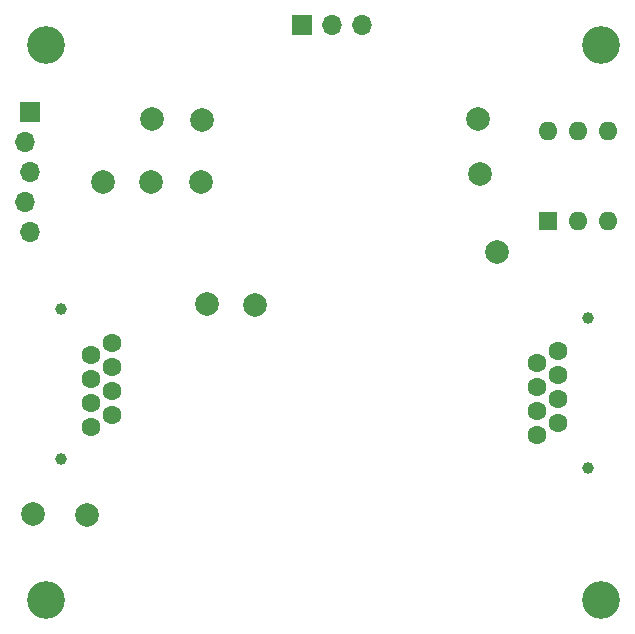
<source format=gbr>
%TF.GenerationSoftware,KiCad,Pcbnew,7.0.6*%
%TF.CreationDate,2023-09-15T11:23:23-07:00*%
%TF.ProjectId,dmxRx,646d7852-782e-46b6-9963-61645f706362,rev?*%
%TF.SameCoordinates,Original*%
%TF.FileFunction,Soldermask,Bot*%
%TF.FilePolarity,Negative*%
%FSLAX46Y46*%
G04 Gerber Fmt 4.6, Leading zero omitted, Abs format (unit mm)*
G04 Created by KiCad (PCBNEW 7.0.6) date 2023-09-15 11:23:23*
%MOMM*%
%LPD*%
G01*
G04 APERTURE LIST*
%ADD10R,1.700000X1.700000*%
%ADD11O,1.700000X1.700000*%
%ADD12C,2.000000*%
%ADD13C,1.000000*%
%ADD14C,1.600000*%
%ADD15R,1.600000X1.600000*%
%ADD16O,1.600000X1.600000*%
%ADD17C,3.200000*%
G04 APERTURE END LIST*
D10*
%TO.C,J1*%
X152633200Y-89700000D03*
D11*
X152226800Y-92240000D03*
X152633200Y-94780000D03*
X152226800Y-97320000D03*
X152633200Y-99860000D03*
%TD*%
D12*
%TO.C,TP5*%
X190700000Y-94900000D03*
%TD*%
D13*
%TO.C,CON2*%
X199920000Y-119835000D03*
X199920000Y-107135000D03*
D14*
X195600000Y-117040000D03*
X197380000Y-116020000D03*
X195600000Y-115000000D03*
X197380000Y-113980000D03*
X195600000Y-112960000D03*
X197380000Y-111940000D03*
X195600000Y-110920000D03*
X197380000Y-109900000D03*
%TD*%
D12*
%TO.C,TP12*%
X192200000Y-101500000D03*
%TD*%
D15*
%TO.C,SW1*%
X196475000Y-98900000D03*
D16*
X199015000Y-98900000D03*
X201555000Y-98900000D03*
X201555000Y-91280000D03*
X199015000Y-91280000D03*
X196475000Y-91280000D03*
%TD*%
D17*
%TO.C,H3*%
X201000000Y-131000000D03*
%TD*%
D12*
%TO.C,TP2*%
X162900000Y-95600000D03*
%TD*%
D10*
%TO.C,J2*%
X175705000Y-82300000D03*
D11*
X178245000Y-82300000D03*
X180785000Y-82300000D03*
%TD*%
D12*
%TO.C,TP4*%
X158800000Y-95600000D03*
%TD*%
D17*
%TO.C,H1*%
X154000000Y-84000000D03*
%TD*%
D12*
%TO.C,TP7*%
X167600000Y-105900000D03*
%TD*%
%TO.C,TP11*%
X152900000Y-123700000D03*
%TD*%
%TO.C,TP3*%
X167100000Y-95600000D03*
%TD*%
D13*
%TO.C,CON1*%
X155280000Y-106405000D03*
X155280000Y-119105000D03*
D14*
X159600000Y-109200000D03*
X157820000Y-110220000D03*
X159600000Y-111240000D03*
X157820000Y-112260000D03*
X159600000Y-113280000D03*
X157820000Y-114300000D03*
X159600000Y-115320000D03*
X157820000Y-116340000D03*
%TD*%
D12*
%TO.C,TP6*%
X190600000Y-90300000D03*
%TD*%
%TO.C,TP8*%
X171700000Y-106000000D03*
%TD*%
D17*
%TO.C,H2*%
X201000000Y-84000000D03*
%TD*%
D12*
%TO.C,TP10*%
X163000000Y-90300000D03*
%TD*%
%TO.C,TP9*%
X157500000Y-123800000D03*
%TD*%
%TO.C,TP1*%
X167200000Y-90400000D03*
%TD*%
D17*
%TO.C,H4*%
X154000000Y-131000000D03*
%TD*%
M02*

</source>
